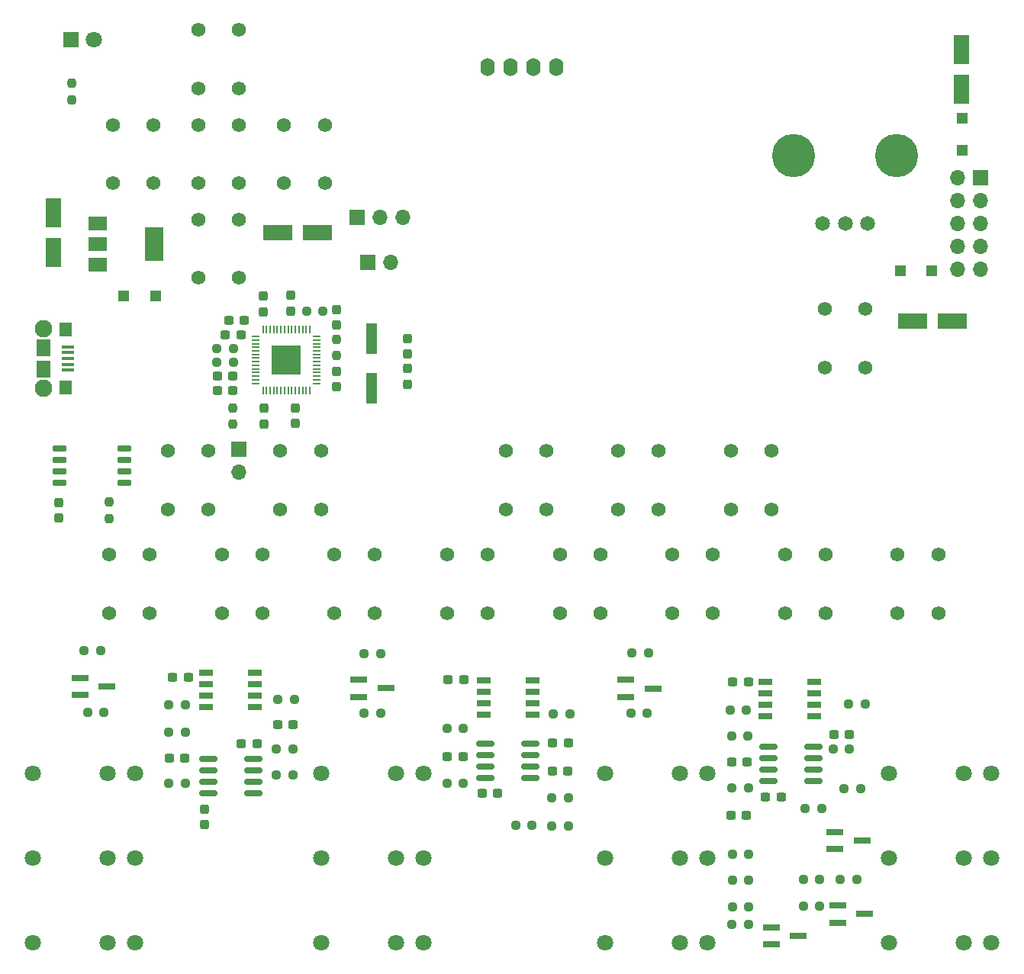
<source format=gts>
G04 #@! TF.GenerationSoftware,KiCad,Pcbnew,(6.0.0)*
G04 #@! TF.CreationDate,2022-04-06T20:06:18+02:00*
G04 #@! TF.ProjectId,GenerativeEngine,47656e65-7261-4746-9976-65456e67696e,rev?*
G04 #@! TF.SameCoordinates,Original*
G04 #@! TF.FileFunction,Soldermask,Top*
G04 #@! TF.FilePolarity,Negative*
%FSLAX46Y46*%
G04 Gerber Fmt 4.6, Leading zero omitted, Abs format (unit mm)*
G04 Created by KiCad (PCBNEW (6.0.0)) date 2022-04-06 20:06:18*
%MOMM*%
%LPD*%
G01*
G04 APERTURE LIST*
G04 Aperture macros list*
%AMRoundRect*
0 Rectangle with rounded corners*
0 $1 Rounding radius*
0 $2 $3 $4 $5 $6 $7 $8 $9 X,Y pos of 4 corners*
0 Add a 4 corners polygon primitive as box body*
4,1,4,$2,$3,$4,$5,$6,$7,$8,$9,$2,$3,0*
0 Add four circle primitives for the rounded corners*
1,1,$1+$1,$2,$3*
1,1,$1+$1,$4,$5*
1,1,$1+$1,$6,$7*
1,1,$1+$1,$8,$9*
0 Add four rect primitives between the rounded corners*
20,1,$1+$1,$2,$3,$4,$5,0*
20,1,$1+$1,$4,$5,$6,$7,0*
20,1,$1+$1,$6,$7,$8,$9,0*
20,1,$1+$1,$8,$9,$2,$3,0*%
G04 Aperture macros list end*
%ADD10RoundRect,0.237500X-0.250000X-0.237500X0.250000X-0.237500X0.250000X0.237500X-0.250000X0.237500X0*%
%ADD11RoundRect,0.237500X-0.237500X0.300000X-0.237500X-0.300000X0.237500X-0.300000X0.237500X0.300000X0*%
%ADD12RoundRect,0.237500X0.237500X-0.300000X0.237500X0.300000X-0.237500X0.300000X-0.237500X-0.300000X0*%
%ADD13R,1.500000X0.650000*%
%ADD14R,1.150000X1.150000*%
%ADD15C,1.575000*%
%ADD16C,1.800000*%
%ADD17RoundRect,0.150000X-0.825000X-0.150000X0.825000X-0.150000X0.825000X0.150000X-0.825000X0.150000X0*%
%ADD18RoundRect,0.237500X0.250000X0.237500X-0.250000X0.237500X-0.250000X-0.237500X0.250000X-0.237500X0*%
%ADD19R,1.800000X3.300000*%
%ADD20RoundRect,0.237500X0.300000X0.237500X-0.300000X0.237500X-0.300000X-0.237500X0.300000X-0.237500X0*%
%ADD21RoundRect,0.150000X0.650000X0.150000X-0.650000X0.150000X-0.650000X-0.150000X0.650000X-0.150000X0*%
%ADD22R,3.300000X1.800000*%
%ADD23RoundRect,0.237500X-0.300000X-0.237500X0.300000X-0.237500X0.300000X0.237500X-0.300000X0.237500X0*%
%ADD24R,1.900000X0.800000*%
%ADD25RoundRect,0.237500X0.237500X-0.250000X0.237500X0.250000X-0.237500X0.250000X-0.237500X-0.250000X0*%
%ADD26R,1.350000X0.400000*%
%ADD27C,1.950000*%
%ADD28R,1.400000X1.600000*%
%ADD29R,1.600000X1.900000*%
%ADD30R,0.177800X0.812800*%
%ADD31R,0.812800X0.177800*%
%ADD32R,3.200400X3.200400*%
%ADD33R,1.800000X1.800000*%
%ADD34RoundRect,0.237500X-0.237500X0.250000X-0.237500X-0.250000X0.237500X-0.250000X0.237500X0.250000X0*%
%ADD35R,1.200000X3.500000*%
%ADD36C,1.650000*%
%ADD37C,4.800000*%
%ADD38O,1.600000X2.000000*%
%ADD39R,2.000000X1.500000*%
%ADD40R,2.000000X3.800000*%
%ADD41R,1.700000X1.700000*%
%ADD42O,1.700000X1.700000*%
G04 APERTURE END LIST*
D10*
X128621900Y-134016600D03*
X130446900Y-134016600D03*
D11*
X64160400Y-79376100D03*
X64160400Y-81101100D03*
D12*
X72263000Y-89433400D03*
X72263000Y-87708400D03*
D13*
X57823700Y-121138800D03*
X57823700Y-122408800D03*
X57823700Y-123678800D03*
X57823700Y-124948800D03*
X63223700Y-124948800D03*
X63223700Y-123678800D03*
X63223700Y-122408800D03*
X63223700Y-121138800D03*
D12*
X67741800Y-93470900D03*
X67741800Y-91745900D03*
D10*
X92178500Y-138125200D03*
X94003500Y-138125200D03*
D14*
X138345600Y-76536400D03*
X134845600Y-76536400D03*
D15*
X109560400Y-108027400D03*
X109560400Y-114527400D03*
X114060400Y-108027400D03*
X114060400Y-114527400D03*
D10*
X96338500Y-125761600D03*
X98163500Y-125761600D03*
X105056300Y-118999000D03*
X106881300Y-118999000D03*
D15*
X66060900Y-96527400D03*
X66060900Y-103027400D03*
X70560900Y-96527400D03*
X70560900Y-103027400D03*
D16*
X144964200Y-141734400D03*
X141864200Y-141734400D03*
X133564200Y-141734400D03*
D17*
X58098400Y-130765400D03*
X58098400Y-132035400D03*
X58098400Y-133305400D03*
X58098400Y-134575400D03*
X63048400Y-134575400D03*
X63048400Y-133305400D03*
X63048400Y-132035400D03*
X63048400Y-130765400D03*
D18*
X126128900Y-136251800D03*
X124303900Y-136251800D03*
D10*
X44276000Y-118694200D03*
X46101000Y-118694200D03*
D19*
X141655800Y-56429000D03*
X141655800Y-52029000D03*
D12*
X72263000Y-82574300D03*
X72263000Y-80849300D03*
D18*
X55516900Y-127742800D03*
X53691900Y-127742800D03*
D10*
X96168200Y-135077200D03*
X97993200Y-135077200D03*
D15*
X59560900Y-108027400D03*
X59560900Y-114527400D03*
X64060900Y-108027400D03*
X64060900Y-114527400D03*
D20*
X63467900Y-129012800D03*
X61742900Y-129012800D03*
D15*
X56984200Y-49834400D03*
X56984200Y-56334400D03*
X61484200Y-49834400D03*
X61484200Y-56334400D03*
D21*
X48786600Y-100076000D03*
X48786600Y-98806000D03*
X48786600Y-97536000D03*
X48786600Y-96266000D03*
X41586600Y-96266000D03*
X41586600Y-97536000D03*
X41586600Y-98806000D03*
X41586600Y-100076000D03*
D14*
X141706600Y-59641800D03*
X141706600Y-63141800D03*
D22*
X140640000Y-82099000D03*
X136240000Y-82099000D03*
D15*
X66484200Y-60334400D03*
X66484200Y-66834400D03*
X70984200Y-60334400D03*
X70984200Y-66834400D03*
D18*
X129227700Y-129647800D03*
X127402700Y-129647800D03*
D10*
X124080900Y-147040600D03*
X125905900Y-147040600D03*
X124075300Y-144151200D03*
X125900300Y-144151200D03*
D15*
X72060900Y-108027400D03*
X72060900Y-114527400D03*
X76560900Y-108027400D03*
X76560900Y-114527400D03*
D23*
X84678000Y-121926200D03*
X86403000Y-121926200D03*
D15*
X47484200Y-60334400D03*
X47484200Y-66834400D03*
X51984200Y-60334400D03*
X51984200Y-66834400D03*
D10*
X59006100Y-85166200D03*
X60831100Y-85166200D03*
D14*
X52194400Y-79298800D03*
X48694400Y-79298800D03*
D19*
X40843200Y-74488400D03*
X40843200Y-70088400D03*
D24*
X120547000Y-149443400D03*
X120547000Y-151343400D03*
X123547000Y-150393400D03*
D20*
X60781100Y-89814400D03*
X59056100Y-89814400D03*
D18*
X117950100Y-128174600D03*
X116125100Y-128174600D03*
D15*
X84560900Y-108027400D03*
X84560900Y-114527400D03*
X89060900Y-108027400D03*
X89060900Y-114527400D03*
D25*
X60807600Y-93597100D03*
X60807600Y-91772100D03*
D23*
X116048100Y-136963000D03*
X117773100Y-136963000D03*
D24*
X104418000Y-121960600D03*
X104418000Y-123860600D03*
X107418000Y-122910600D03*
D10*
X84554800Y-133407000D03*
X86379800Y-133407000D03*
D18*
X130929500Y-124618600D03*
X129104500Y-124618600D03*
D16*
X49964200Y-151110800D03*
X46864200Y-151110800D03*
X38564200Y-151110800D03*
D26*
X42455300Y-84983800D03*
X42455300Y-85633800D03*
X42455300Y-86283800D03*
X42455300Y-86933800D03*
X42455300Y-87583800D03*
D27*
X39780300Y-82983800D03*
X39780300Y-89583800D03*
D28*
X42230300Y-83083800D03*
D29*
X39780300Y-85083800D03*
X39780300Y-87483800D03*
D28*
X42230300Y-89483800D03*
D12*
X57652400Y-138027600D03*
X57652400Y-136302600D03*
D30*
X64125800Y-89839800D03*
X64525799Y-89839800D03*
X64925801Y-89839800D03*
X65325800Y-89839800D03*
X65725799Y-89839800D03*
X66125801Y-89839800D03*
X66525800Y-89839800D03*
X66925800Y-89839800D03*
X67325799Y-89839800D03*
X67725801Y-89839800D03*
X68125800Y-89839800D03*
X68525799Y-89839800D03*
X68925801Y-89839800D03*
X69325800Y-89839800D03*
D31*
X70129400Y-89036200D03*
X70129400Y-88636201D03*
X70129400Y-88236199D03*
X70129400Y-87836200D03*
X70129400Y-87436201D03*
X70129400Y-87036199D03*
X70129400Y-86636200D03*
X70129400Y-86236200D03*
X70129400Y-85836201D03*
X70129400Y-85436199D03*
X70129400Y-85036200D03*
X70129400Y-84636201D03*
X70129400Y-84236199D03*
X70129400Y-83836200D03*
D30*
X69325800Y-83032600D03*
X68925801Y-83032600D03*
X68525799Y-83032600D03*
X68125800Y-83032600D03*
X67725801Y-83032600D03*
X67325799Y-83032600D03*
X66925800Y-83032600D03*
X66525800Y-83032600D03*
X66125801Y-83032600D03*
X65725799Y-83032600D03*
X65325800Y-83032600D03*
X64925801Y-83032600D03*
X64525799Y-83032600D03*
X64125800Y-83032600D03*
D31*
X63322200Y-83836200D03*
X63322200Y-84236199D03*
X63322200Y-84636201D03*
X63322200Y-85036200D03*
X63322200Y-85436199D03*
X63322200Y-85836201D03*
X63322200Y-86236200D03*
X63322200Y-86636200D03*
X63322200Y-87036199D03*
X63322200Y-87436201D03*
X63322200Y-87836200D03*
X63322200Y-88236199D03*
X63322200Y-88636201D03*
X63322200Y-89036200D03*
D32*
X66725800Y-86436200D03*
D10*
X44655100Y-125526800D03*
X46480100Y-125526800D03*
D15*
X91060900Y-96527400D03*
X91060900Y-103027400D03*
X95560900Y-96527400D03*
X95560900Y-103027400D03*
D13*
X119874800Y-122205600D03*
X119874800Y-123475600D03*
X119874800Y-124745600D03*
X119874800Y-126015600D03*
X125274800Y-126015600D03*
X125274800Y-124745600D03*
X125274800Y-123475600D03*
X125274800Y-122205600D03*
D18*
X60831100Y-86741000D03*
X59006100Y-86741000D03*
D15*
X134560400Y-108027400D03*
X134560400Y-114527400D03*
X139060400Y-108027400D03*
X139060400Y-114527400D03*
D10*
X84552900Y-127311000D03*
X86377900Y-127311000D03*
D16*
X81964200Y-132334400D03*
X78864200Y-132334400D03*
X70564200Y-132334400D03*
X49959200Y-132334400D03*
X46859200Y-132334400D03*
X38559200Y-132334400D03*
D20*
X55468000Y-130613000D03*
X53743000Y-130613000D03*
D10*
X65809600Y-124161400D03*
X67634600Y-124161400D03*
D20*
X62051100Y-82016600D03*
X60326100Y-82016600D03*
X117874700Y-131095600D03*
X116149700Y-131095600D03*
D13*
X88658200Y-122027800D03*
X88658200Y-123297800D03*
X88658200Y-124567800D03*
X88658200Y-125837800D03*
X94058200Y-125837800D03*
X94058200Y-124567800D03*
X94058200Y-123297800D03*
X94058200Y-122027800D03*
D33*
X42839200Y-50882400D03*
D16*
X45379200Y-50882400D03*
D34*
X72263000Y-84152100D03*
X72263000Y-85977100D03*
D10*
X96191700Y-138176000D03*
X98016700Y-138176000D03*
D24*
X43813600Y-121757400D03*
X43813600Y-123657400D03*
X46813600Y-122707400D03*
D20*
X90162200Y-134550000D03*
X88437200Y-134550000D03*
D18*
X117977300Y-149098000D03*
X116152300Y-149098000D03*
D20*
X121633900Y-134931000D03*
X119908900Y-134931000D03*
D34*
X42875200Y-55754900D03*
X42875200Y-57579900D03*
D15*
X122060400Y-108027400D03*
X122060400Y-114527400D03*
X126560400Y-108027400D03*
X126560400Y-114527400D03*
X116060900Y-96527400D03*
X116060900Y-103027400D03*
X120560900Y-96527400D03*
X120560900Y-103027400D03*
D18*
X106779700Y-125628400D03*
X104954700Y-125628400D03*
X55491500Y-124720200D03*
X53666500Y-124720200D03*
D12*
X80137000Y-89127500D03*
X80137000Y-87402500D03*
D17*
X88807000Y-129038200D03*
X88807000Y-130308200D03*
X88807000Y-131578200D03*
X88807000Y-132848200D03*
X93757000Y-132848200D03*
X93757000Y-131578200D03*
X93757000Y-130308200D03*
X93757000Y-129038200D03*
D35*
X76225400Y-89592600D03*
X76225400Y-84092600D03*
D17*
X120252200Y-129419200D03*
X120252200Y-130689200D03*
X120252200Y-131959200D03*
X120252200Y-133229200D03*
X125202200Y-133229200D03*
X125202200Y-131959200D03*
X125202200Y-130689200D03*
X125202200Y-129419200D03*
D11*
X67233800Y-79274500D03*
X67233800Y-80999500D03*
D10*
X75365600Y-119024400D03*
X77190600Y-119024400D03*
D18*
X118030000Y-144195800D03*
X116205000Y-144195800D03*
D16*
X113464200Y-132334400D03*
X110364200Y-132334400D03*
X102064200Y-132334400D03*
D23*
X96288000Y-128987400D03*
X98013000Y-128987400D03*
D20*
X97966700Y-132054600D03*
X96241700Y-132054600D03*
D12*
X64236600Y-93522800D03*
X64236600Y-91797800D03*
D22*
X65795800Y-72288400D03*
X70195800Y-72288400D03*
D23*
X116251300Y-122154800D03*
X117976300Y-122154800D03*
D15*
X53560900Y-96527400D03*
X53560900Y-103027400D03*
X58060900Y-96527400D03*
X58060900Y-103027400D03*
D16*
X113464200Y-141734400D03*
X110364200Y-141734400D03*
X102064200Y-141734400D03*
D15*
X56984200Y-70834400D03*
X56984200Y-77334400D03*
X61484200Y-70834400D03*
X61484200Y-77334400D03*
D16*
X113464200Y-151110800D03*
X110364200Y-151110800D03*
X102064200Y-151110800D03*
D25*
X47040800Y-104036500D03*
X47040800Y-102211500D03*
D23*
X65757200Y-126904600D03*
X67482200Y-126904600D03*
D16*
X144964200Y-151134400D03*
X141864200Y-151134400D03*
X133564200Y-151134400D03*
D10*
X116150500Y-133965800D03*
X117975500Y-133965800D03*
D18*
X118033800Y-141351000D03*
X116208800Y-141351000D03*
X67429500Y-132543400D03*
X65604500Y-132543400D03*
D36*
X126227000Y-71267500D03*
X131227000Y-71267500D03*
X128727000Y-71267500D03*
D37*
X134427000Y-63767500D03*
X123027000Y-63767500D03*
D24*
X127602600Y-138832400D03*
X127602600Y-140732400D03*
X130602600Y-139782400D03*
D38*
X89018600Y-53912200D03*
X91558600Y-53912200D03*
X94098600Y-53912200D03*
X96638600Y-53912200D03*
D18*
X77188700Y-125628400D03*
X75363700Y-125628400D03*
D16*
X144964200Y-132334400D03*
X141864200Y-132334400D03*
X133564200Y-132334400D03*
D15*
X97060900Y-108027400D03*
X97060900Y-114527400D03*
X101560900Y-108027400D03*
X101560900Y-114527400D03*
D39*
X45795800Y-71258400D03*
X45795800Y-73558400D03*
D40*
X52095800Y-73558400D03*
D39*
X45795800Y-75858400D03*
D24*
X74776200Y-121935200D03*
X74776200Y-123835200D03*
X77776200Y-122885200D03*
D23*
X54122900Y-121697600D03*
X55847900Y-121697600D03*
D16*
X81964200Y-151110800D03*
X78864200Y-151110800D03*
X70564200Y-151110800D03*
D11*
X80137000Y-84049700D03*
X80137000Y-85774700D03*
D23*
X84604000Y-130511400D03*
X86329000Y-130511400D03*
D10*
X65629900Y-129622400D03*
X67454900Y-129622400D03*
X53691900Y-133483200D03*
X55516900Y-133483200D03*
D23*
X127452700Y-128047600D03*
X129177700Y-128047600D03*
X59056100Y-88265000D03*
X60781100Y-88265000D03*
D15*
X126485328Y-80758410D03*
X126485328Y-87258410D03*
X130985328Y-80758410D03*
X130985328Y-87258410D03*
D10*
X68962900Y-81051400D03*
X70787900Y-81051400D03*
D20*
X61695500Y-83642200D03*
X59970500Y-83642200D03*
D15*
X47060900Y-108027400D03*
X47060900Y-114527400D03*
X51560900Y-108027400D03*
X51560900Y-114527400D03*
D18*
X118030000Y-147167600D03*
X116205000Y-147167600D03*
D24*
X127913000Y-147005000D03*
X127913000Y-148905000D03*
X130913000Y-147955000D03*
D16*
X81964200Y-141734400D03*
X78864200Y-141734400D03*
X70564200Y-141734400D03*
D15*
X56984200Y-60334400D03*
X56984200Y-66834400D03*
X61484200Y-60334400D03*
X61484200Y-66834400D03*
D11*
X41452800Y-102261500D03*
X41452800Y-103986500D03*
D15*
X103560900Y-96527400D03*
X103560900Y-103027400D03*
X108060900Y-96527400D03*
X108060900Y-103027400D03*
D18*
X117797700Y-125279000D03*
X115972700Y-125279000D03*
D10*
X128192000Y-144125800D03*
X130017000Y-144125800D03*
D16*
X49964200Y-141734400D03*
X46864200Y-141734400D03*
X38564200Y-141734400D03*
D41*
X61417200Y-96337200D03*
D42*
X61417200Y-98877200D03*
D41*
X74549000Y-70637400D03*
D42*
X77089000Y-70637400D03*
X79629000Y-70637400D03*
D41*
X143718200Y-66248200D03*
D42*
X141178200Y-66248200D03*
X143718200Y-68788200D03*
X141178200Y-68788200D03*
X143718200Y-71328200D03*
X141178200Y-71328200D03*
X143718200Y-73868200D03*
X141178200Y-73868200D03*
X143718200Y-76408200D03*
X141178200Y-76408200D03*
D41*
X75763200Y-75615800D03*
D42*
X78303200Y-75615800D03*
M02*

</source>
